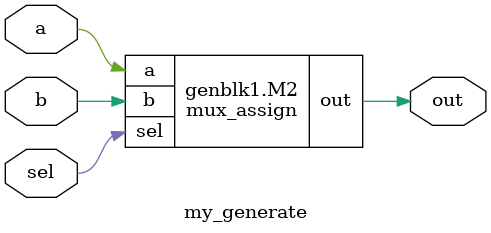
<source format=v>

module mux_assign(a,b,sel,out);
  input a,b;
  input sel;
  output out;
  
  assign out=sel?a:b;
  
  initial $display("mux_assign is instantiated");
endmodule

module mux_case(a,b,sel,out);
  input a,b;
  input sel;
  output reg out;
  
  always@(*)
    begin
      case(sel)
        0 : out=b;
        1 : out=a;
      endcase
    end
  
  initial $display("mux_case is instantiated");
endmodule


module my_generate(a,b,sel,out);
  parameter USE_CASE=0;
  input a,b;
  input sel;
  output out;
  
  generate
    if(USE_CASE)
      mux_case M1(.a(a),.b(b),.sel(sel),.out(out));
    else
      mux_assign M2(.a(a),.b(b),.sel(sel),.out(out));
  endgenerate
endmodule
</source>
